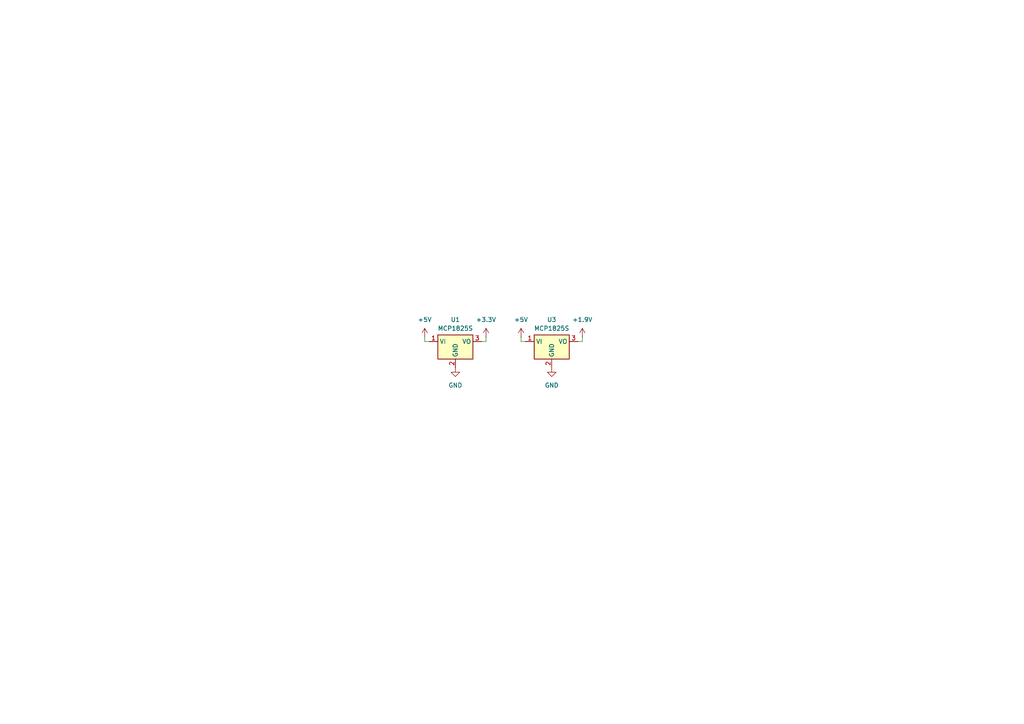
<source format=kicad_sch>
(kicad_sch (version 20231120) (generator "eeschema") (generator_version "8.0")
  (paper "A4")
  (lib_symbols
    (symbol "Regulator_Linear:MCP1825S"
      (property "Reference" "U" (at -3.81 3.175 0))
      (property "Value" "MCP1825S" (at 0 3.175 0))
      (symbol "MCP1825S_0_1"
        (rectangle (start -5.08 1.905) (end 5.08 -5.08) (stroke (width 0.254)) (fill (type background)))
      )
      (symbol "MCP1825S_1_1"
        (pin power_in line (at -7.62 0 0) (length 2.54) (name "VI") (number "1"))
        (pin power_in line (at 0 -7.62 90) (length 2.54) (name "GND") (number "2"))
        (pin power_out line (at 7.62 0 180) (length 2.54) (name "VO") (number "3"))
      )
    )
    (symbol "power:+3.3V" (power) (pin_numbers hide) (pin_names (offset 0) hide)
      (property "Value" "+3.3V" (at 0 3.556 0))
      (symbol "+3.3V_0_1"
        (polyline (pts (xy -0.762 1.27) (xy 0 2.54)))
        (polyline (pts (xy 0 0) (xy 0 2.54)))
        (polyline (pts (xy 0 2.54) (xy 0.762 1.27)))
      )
      (symbol "+3.3V_1_1"
        (pin power_in line (at 0 0 90) (length 0) (name "~") (number "1"))
      )
    )
    (symbol "power:+5V" (power) (pin_numbers hide) (pin_names (offset 0) hide)
      (property "Value" "+5V" (at 0 3.556 0))
      (symbol "+5V_0_1"
        (polyline (pts (xy -0.762 1.27) (xy 0 2.54)))
        (polyline (pts (xy 0 0) (xy 0 2.54)))
        (polyline (pts (xy 0 2.54) (xy 0.762 1.27)))
      )
      (symbol "+5V_1_1"
        (pin power_in line (at 0 0 90) (length 0) (name "~") (number "1"))
      )
    )
    (symbol "power:GND" (power) (pin_numbers hide) (pin_names (offset 0) hide)
      (property "Value" "GND" (at 0 -3.81 0))
      (symbol "GND_0_1"
        (polyline (pts (xy 0 0) (xy 0 -1.27) (xy 1.27 -1.27) (xy 0 -2.54) (xy -1.27 -1.27) (xy 0 -1.27)))
      )
      (symbol "GND_1_1"
        (pin power_in line (at 0 0 270) (length 0) (name "~") (number "1"))
      )
    )
  )
  (wire (pts (xy 167.64 99.06) (xy 168.91 99.06)))
  (wire (pts (xy 168.91 97.79) (xy 168.91 99.06)))
  (wire (pts (xy 123.19 97.79) (xy 123.19 99.06)))
  (wire (pts (xy 140.97 97.79) (xy 140.97 99.06)))
  (wire (pts (xy 151.13 97.79) (xy 151.13 99.06)))
  (wire (pts (xy 152.4 99.06) (xy 151.13 99.06)))
  (wire (pts (xy 139.7 99.06) (xy 140.97 99.06)))
  (wire (pts (xy 123.19 99.06) (xy 124.46 99.06)))
  (symbol (lib_id "power:+5V") (at 151.13 97.79 0) (unit 1)
    (property "Reference" "#PWR09" (effects (hide yes)))
    (property "Value" "+5V" (at 151.13 92.71 0))
    (property "Description" "Power symbol creates a global label with name \"+5V\"" (effects (hide yes)))
  )
  (symbol (lib_id "Regulator_Linear:MCP1825S") (at 160.02 99.06 0) (unit 1)
    (property "Reference" "U3" (at 160.02 92.71 0))
    (property "Value" "MCP1825S" (at 160.02 95.25 0))
    (property "Footprint" "Mouse:SOT-223_3MC_MCH" (effects (hide yes)))
    (property "Datasheet" "http://ww1.microchip.com/downloads/en/devicedoc/22056b.pdf" (effects (hide yes)))
    (property "Description" "500mA, Low-Voltage, Low Quiescent Current LDO Regulator, SOT-223, TO-220, TO-263" (effects (hide yes)))
  )
  (symbol (lib_id "power:+3.3V") (at 168.91 97.79 0) (unit 1)
    (property "Reference" "#PWR012" (effects (hide yes)))
    (property "Value" "+1.9V" (at 168.91 92.71 0))
    (property "Description" "Power symbol creates a global label with name \"+3.3V\"" (effects (hide yes)))
  )
  (symbol (lib_id "power:+5V") (at 123.19 97.79 0) (unit 1)
    (property "Reference" "#PWR01" (effects (hide yes)))
    (property "Value" "+5V" (at 123.19 92.71 0))
    (property "Description" "Power symbol creates a global label with name \"+5V\"" (effects (hide yes)))
  )
  (symbol (lib_id "power:GND") (at 160.02 106.68 0) (unit 1)
    (property "Reference" "#PWR010" (effects (hide yes)))
    (property "Value" "GND" (at 160.02 111.76 0))
    (property "Description" "Power symbol creates a global label with name \"GND\" , ground" (effects (hide yes)))
  )
  (symbol (lib_id "power:GND") (at 132.08 106.68 0) (unit 1)
    (property "Reference" "#PWR03" (effects (hide yes)))
    (property "Value" "GND" (at 132.08 111.76 0))
    (property "Description" "Power symbol creates a global label with name \"GND\" , ground" (effects (hide yes)))
  )
  (symbol (lib_id "power:+3.3V") (at 140.97 97.79 0) (unit 1)
    (property "Reference" "#PWR07" (effects (hide yes)))
    (property "Value" "+3.3V" (at 140.97 92.71 0))
    (property "Description" "Power symbol creates a global label with name \"+3.3V\"" (effects (hide yes)))
  )
  (symbol (lib_id "Regulator_Linear:MCP1825S") (at 132.08 99.06 0) (unit 1)
    (property "Reference" "U1" (at 132.08 92.71 0))
    (property "Value" "MCP1825S" (at 132.08 95.25 0))
    (property "Footprint" "Mouse:SOT-223_3MC_MCH" (effects (hide yes)))
    (property "Datasheet" "http://ww1.microchip.com/downloads/en/devicedoc/22056b.pdf" (effects (hide yes)))
    (property "Description" "500mA, Low-Voltage, Low Quiescent Current LDO Regulator, SOT-223, TO-220, TO-263" (effects (hide yes)))
  )
)
</source>
